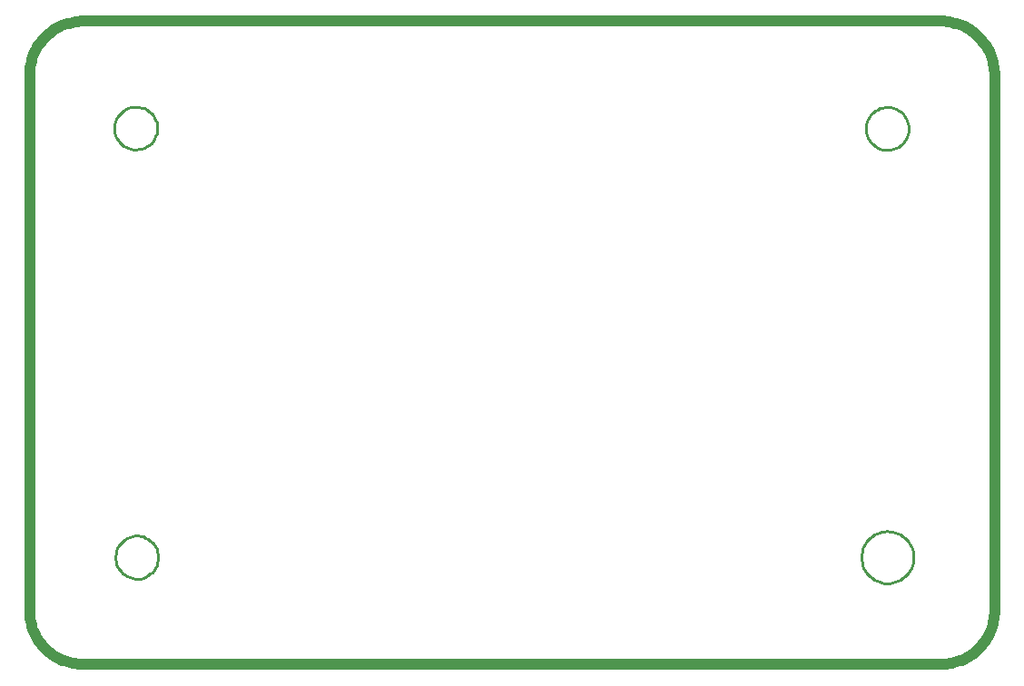
<source format=gm1>
%FSTAX23Y23*%
%MOIN*%
%SFA1B1*%

%IPPOS*%
%ADD15C,0.010000*%
%ADD74C,0.039370*%
%LNpcb_down-1*%
%LPD*%
G54D15*
X03245Y00393D02*
X03244Y00403D01*
X03243Y00413*
X0324Y00423*
X03236Y00432*
X03232Y00441*
X03226Y00449*
X0322Y00457*
X03213Y00464*
X03205Y0047*
X03197Y00476*
X03188Y0048*
X03179Y00484*
X03169Y00487*
X03159Y00488*
X03149Y00489*
X03139Y00488*
X03129Y00487*
X0312Y00484*
X0311Y0048*
X03101Y00476*
X03093Y0047*
X03085Y00464*
X03078Y00457*
X03072Y00449*
X03066Y00441*
X03062Y00432*
X03058Y00423*
X03056Y00413*
X03054Y00403*
X03054Y00393*
X03054Y00383*
X03056Y00373*
X03058Y00364*
X03062Y00354*
X03066Y00345*
X03072Y00337*
X03078Y00329*
X03085Y00322*
X03093Y00316*
X03101Y0031*
X0311Y00306*
X0312Y00302*
X03129Y003*
X03139Y00298*
X03149Y00298*
X03159Y00298*
X03169Y003*
X03179Y00302*
X03188Y00306*
X03197Y0031*
X03205Y00316*
X03213Y00322*
X0322Y00329*
X03226Y00337*
X03232Y00345*
X03236Y00354*
X0324Y00364*
X03243Y00373*
X03244Y00383*
X03245Y00393*
X03228Y01968D02*
X03227Y01978D01*
X03225Y01988*
X03222Y01998*
X03218Y02007*
X03212Y02015*
X03206Y02023*
X03198Y0203*
X0319Y02035*
X03181Y0204*
X03172Y02043*
X03162Y02046*
X03152Y02047*
X03142Y02046*
X03132Y02045*
X03122Y02042*
X03113Y02038*
X03104Y02033*
X03096Y02026*
X03089Y02019*
X03083Y02011*
X03078Y02002*
X03074Y01993*
X03072Y01983*
X03071Y01973*
Y01963*
X03072Y01953*
X03074Y01943*
X03078Y01934*
X03083Y01925*
X03089Y01917*
X03096Y0191*
X03104Y01903*
X03113Y01898*
X03122Y01894*
X03132Y01891*
X03142Y0189*
X03152Y01889*
X03162Y0189*
X03172Y01893*
X03181Y01896*
X0319Y01901*
X03198Y01906*
X03206Y01913*
X03212Y01921*
X03218Y01929*
X03222Y01938*
X03225Y01948*
X03227Y01958*
X03228Y01968*
X00472Y00393D02*
X00471Y00403D01*
X00469Y00413*
X00466Y00423*
X00462Y00432*
X00456Y0044*
X0045Y00448*
X00442Y00455*
X00434Y00461*
X00425Y00465*
X00416Y00469*
X00406Y00471*
X00396Y00472*
X00386Y00472*
X00376Y0047*
X00366Y00467*
X00357Y00463*
X00348Y00458*
X0034Y00451*
X00333Y00444*
X00327Y00436*
X00322Y00427*
X00318Y00418*
X00316Y00408*
X00315Y00398*
Y00388*
X00316Y00378*
X00318Y00368*
X00322Y00359*
X00327Y0035*
X00333Y00342*
X0034Y00335*
X00348Y00329*
X00357Y00323*
X00366Y00319*
X00376Y00316*
X00386Y00315*
X00396Y00315*
X00406Y00315*
X00416Y00318*
X00425Y00321*
X00434Y00326*
X00442Y00332*
X0045Y00338*
X00456Y00346*
X00462Y00355*
X00466Y00364*
X00469Y00373*
X00471Y00383*
X00472Y00393*
X00468Y0197D02*
X00468Y0198D01*
X00466Y01989*
X00462Y01999*
X00458Y02008*
X00453Y02017*
X00446Y02024*
X00439Y02031*
X0043Y02037*
X00421Y02042*
X00412Y02045*
X00402Y02047*
X00392Y02048*
X00382Y02048*
X00372Y02046*
X00362Y02043*
X00353Y02039*
X00344Y02034*
X00337Y02028*
X0033Y02021*
X00324Y02012*
X00319Y02004*
X00315Y01994*
X00312Y01985*
X00311Y01975*
Y01964*
X00312Y01954*
X00315Y01945*
X00319Y01935*
X00324Y01927*
X0033Y01918*
X00337Y01911*
X00344Y01905*
X00353Y019*
X00362Y01896*
X00372Y01893*
X00382Y01891*
X00392Y01891*
X00402Y01892*
X00412Y01894*
X00421Y01898*
X0043Y01902*
X00439Y01908*
X00446Y01915*
X00453Y01922*
X00458Y01931*
X00462Y0194*
X00466Y0195*
X00468Y01959*
X00468Y0197*
G54D74*
X03543Y02165D02*
X03543Y02175D01*
X03542Y02185*
X03541Y02195*
X03539Y02205*
X03537Y02214*
X03534Y02224*
X03531Y02233*
X03527Y02243*
X03523Y02252*
X03518Y0226*
X03513Y02269*
X03508Y02277*
X03502Y02285*
X03495Y02293*
X03489Y02301*
X03482Y02308*
X03474Y02314*
X03467Y02321*
X03458Y02326*
X0345Y02332*
X03442Y02337*
X03433Y02342*
X03424Y02346*
X03414Y0235*
X03405Y02353*
X03395Y02355*
X03386Y02358*
X03376Y02359*
X03366Y02361*
X03356Y02362*
X03346Y02362*
Y0D02*
X03356Y0D01*
X03366Y00001*
X03376Y00002*
X03386Y00004*
X03395Y00006*
X03405Y00009*
X03414Y00012*
X03424Y00015*
X03433Y0002*
X03442Y00024*
X0345Y00029*
X03458Y00035*
X03467Y00041*
X03474Y00047*
X03482Y00054*
X03489Y00061*
X03495Y00068*
X03502Y00076*
X03508Y00084*
X03513Y00092*
X03518Y00101*
X03523Y0011*
X03527Y00119*
X03531Y00128*
X03534Y00137*
X03537Y00147*
X03539Y00157*
X03541Y00167*
X03542Y00176*
X03543Y00186*
X03543Y00196*
X00196Y02362D02*
X00186Y02362D01*
X00176Y02361*
X00167Y02359*
X00157Y02358*
X00147Y02355*
X00137Y02353*
X00128Y0235*
X00119Y02346*
X0011Y02342*
X00101Y02337*
X00092Y02332*
X00084Y02326*
X00076Y02321*
X00068Y02314*
X00061Y02308*
X00054Y02301*
X00047Y02293*
X00041Y02285*
X00035Y02277*
X00029Y02269*
X00024Y0226*
X0002Y02252*
X00015Y02243*
X00012Y02233*
X00009Y02224*
X00006Y02214*
X00004Y02205*
X00002Y02195*
X00001Y02185*
X0Y02175*
X0Y02165*
Y00196D02*
X0Y00186D01*
X00001Y00176*
X00002Y00167*
X00004Y00157*
X00006Y00147*
X00009Y00137*
X00012Y00128*
X00015Y00119*
X0002Y0011*
X00024Y00101*
X00029Y00092*
X00035Y00084*
X00041Y00076*
X00047Y00068*
X00054Y00061*
X00061Y00054*
X00068Y00047*
X00076Y00041*
X00084Y00035*
X00092Y00029*
X00101Y00024*
X0011Y0002*
X00119Y00015*
X00128Y00012*
X00137Y00009*
X00147Y00006*
X00157Y00004*
X00167Y00002*
X00176Y00001*
X00186Y0*
X00196Y0*
X03346*
X00196Y02362D02*
X03346D01*
X03543Y00196D02*
Y02165D01*
X0Y00196D02*
Y02165D01*
M02*
</source>
